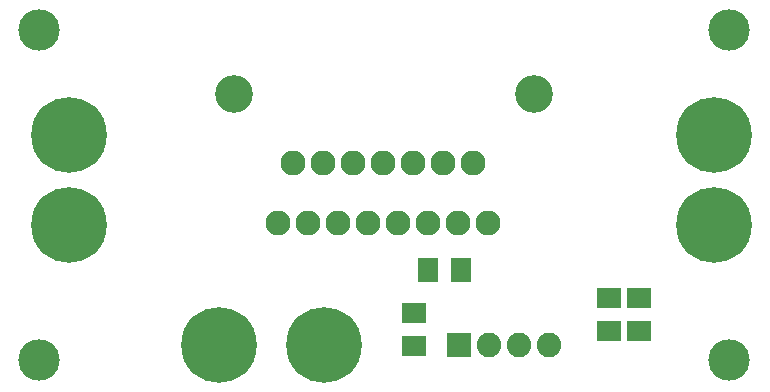
<source format=gts>
G75*
%MOIN*%
%OFA0B0*%
%FSLAX24Y24*%
%IPPOS*%
%LPD*%
%AMOC8*
5,1,8,0,0,1.08239X$1,22.5*
%
%ADD10C,0.2520*%
%ADD11R,0.0820X0.0820*%
%ADD12C,0.0820*%
%ADD13C,0.0828*%
%ADD14C,0.1260*%
%ADD15C,0.1380*%
%ADD16R,0.0789X0.0710*%
%ADD17R,0.0710X0.0789*%
D10*
X007600Y002100D03*
X011100Y002100D03*
X002600Y006100D03*
X002600Y009100D03*
X024100Y009100D03*
X024100Y006100D03*
D11*
X015600Y002100D03*
D12*
X016600Y002100D03*
X017600Y002100D03*
X018600Y002100D03*
D13*
X016576Y006159D03*
X015576Y006159D03*
X014576Y006159D03*
X013576Y006159D03*
X012576Y006159D03*
X011576Y006159D03*
X010576Y006159D03*
X009576Y006159D03*
X010076Y008159D03*
X011076Y008159D03*
X012076Y008159D03*
X013076Y008159D03*
X014076Y008159D03*
X015076Y008159D03*
X016076Y008159D03*
D14*
X018100Y010450D03*
X008100Y010450D03*
D15*
X001600Y001600D03*
X001600Y012600D03*
X024600Y012600D03*
X024600Y001600D03*
D16*
X021600Y002549D03*
X020600Y002549D03*
X020600Y003651D03*
X021600Y003651D03*
X014100Y003151D03*
X014100Y002049D03*
D17*
X014549Y004600D03*
X015651Y004600D03*
M02*

</source>
